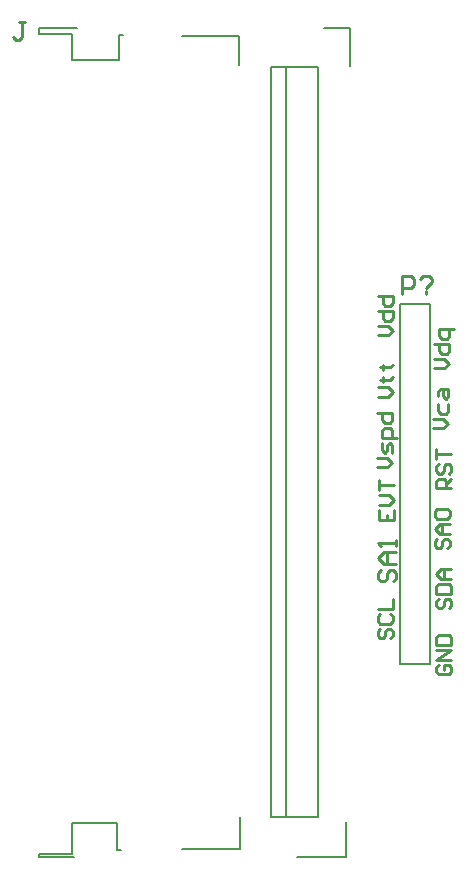
<source format=gbr>
%TF.GenerationSoftware,Altium Limited,Altium Designer,20.1.14 (287)*%
G04 Layer_Color=65535*
%FSLAX26Y26*%
%MOIN*%
%TF.SameCoordinates,6A0BC998-17C7-4340-AACC-798D36D37454*%
%TF.FilePolarity,Positive*%
%TF.FileFunction,Legend,Top*%
%TF.Part,Single*%
G01*
G75*
%TA.AperFunction,NonConductor*%
%ADD18C,0.010000*%
%ADD24C,0.005000*%
%ADD25C,0.007874*%
D18*
X2183347Y2933323D02*
X2175016Y2924992D01*
Y2908331D01*
X2183347Y2900000D01*
X2191677D01*
X2200008Y2908331D01*
Y2924992D01*
X2208339Y2933323D01*
X2216669D01*
X2225000Y2924992D01*
Y2908331D01*
X2216669Y2900000D01*
X2183347Y2983306D02*
X2175016Y2974976D01*
Y2958314D01*
X2183347Y2949984D01*
X2216669D01*
X2225000Y2958314D01*
Y2974976D01*
X2216669Y2983306D01*
X2175016Y2999968D02*
X2225000D01*
Y3033290D01*
X2378347Y3033323D02*
X2370016Y3024992D01*
Y3008331D01*
X2378347Y3000000D01*
X2386677D01*
X2395008Y3008331D01*
Y3024992D01*
X2403339Y3033323D01*
X2411669D01*
X2420000Y3024992D01*
Y3008331D01*
X2411669Y3000000D01*
X2370016Y3049984D02*
X2420000D01*
Y3074976D01*
X2411669Y3083306D01*
X2378347D01*
X2370016Y3074976D01*
Y3049984D01*
X2420000Y3099968D02*
X2386677D01*
X2370016Y3116629D01*
X2386677Y3133290D01*
X2420000D01*
X2395008D01*
Y3099968D01*
X2378347Y2813323D02*
X2370016Y2804992D01*
Y2788331D01*
X2378347Y2780000D01*
X2411669D01*
X2420000Y2788331D01*
Y2804992D01*
X2411669Y2813323D01*
X2395008D01*
Y2796661D01*
X2420000Y2829984D02*
X2370016D01*
X2420000Y2863306D01*
X2370016D01*
Y2879968D02*
X2420000D01*
Y2904959D01*
X2411669Y2913290D01*
X2378347D01*
X2370016Y2904959D01*
Y2879968D01*
X2420000Y3400000D02*
X2370016D01*
Y3424992D01*
X2378347Y3433323D01*
X2395008D01*
X2403339Y3424992D01*
Y3400000D01*
Y3416661D02*
X2420000Y3433323D01*
X2378347Y3483306D02*
X2370016Y3474976D01*
Y3458314D01*
X2378347Y3449984D01*
X2386677D01*
X2395008Y3458314D01*
Y3474976D01*
X2403339Y3483306D01*
X2411669D01*
X2420000Y3474976D01*
Y3458314D01*
X2411669Y3449984D01*
X2370016Y3499968D02*
Y3533290D01*
Y3516629D01*
X2420000D01*
X2360016Y3600000D02*
X2393339D01*
X2410000Y3616661D01*
X2393339Y3633323D01*
X2360016D01*
X2376677Y3683306D02*
Y3658314D01*
X2385008Y3649984D01*
X2401669D01*
X2410000Y3658314D01*
Y3683306D01*
X2376677Y3708298D02*
Y3724959D01*
X2385008Y3733290D01*
X2410000D01*
Y3708298D01*
X2401669Y3699968D01*
X2393339Y3708298D01*
Y3733290D01*
X2185016Y3129987D02*
X2175019Y3119990D01*
Y3099997D01*
X2185016Y3090000D01*
X2195013D01*
X2205010Y3099997D01*
Y3119990D01*
X2215006Y3129987D01*
X2225003D01*
X2235000Y3119990D01*
Y3099997D01*
X2225003Y3090000D01*
X2235000Y3149981D02*
X2195013D01*
X2175019Y3169974D01*
X2195013Y3189968D01*
X2235000D01*
X2205010D01*
Y3149981D01*
X2235000Y3209961D02*
Y3229955D01*
Y3219958D01*
X2175019D01*
X2185016Y3209961D01*
X2175016Y3705000D02*
X2208339D01*
X2225000Y3721661D01*
X2208339Y3738323D01*
X2175016D01*
X2183347Y3763314D02*
X2191677D01*
Y3754984D01*
Y3771645D01*
Y3763314D01*
X2216669D01*
X2225000Y3771645D01*
X2183347Y3804968D02*
X2191677D01*
Y3796637D01*
Y3813298D01*
Y3804968D01*
X2216669D01*
X2225000Y3813298D01*
X2363355Y3800000D02*
X2396677D01*
X2413339Y3816661D01*
X2396677Y3833323D01*
X2363355D01*
Y3883306D02*
X2413339D01*
Y3858314D01*
X2405008Y3849984D01*
X2388347D01*
X2380016Y3858314D01*
Y3883306D01*
X2430000Y3933290D02*
X2380016D01*
Y3908298D01*
X2388347Y3899968D01*
X2405008D01*
X2413339Y3908298D01*
Y3933290D01*
X2373347Y3233323D02*
X2365016Y3224992D01*
Y3208331D01*
X2373347Y3200000D01*
X2381677D01*
X2390008Y3208331D01*
Y3224992D01*
X2398339Y3233323D01*
X2406669D01*
X2415000Y3224992D01*
Y3208331D01*
X2406669Y3200000D01*
X2415000Y3249984D02*
X2381677D01*
X2365016Y3266645D01*
X2381677Y3283306D01*
X2415000D01*
X2390008D01*
Y3249984D01*
X2373347Y3299968D02*
X2365016Y3308298D01*
Y3324959D01*
X2373347Y3333290D01*
X2406669D01*
X2415000Y3324959D01*
Y3308298D01*
X2406669Y3299968D01*
X2373347D01*
X2180016Y3328323D02*
Y3295000D01*
X2230000D01*
Y3328323D01*
X2205008Y3295000D02*
Y3311661D01*
X2180016Y3344984D02*
X2213339D01*
X2230000Y3361645D01*
X2213339Y3378306D01*
X2180016D01*
Y3394968D02*
Y3428290D01*
Y3411629D01*
X2230000D01*
X2175016Y3910000D02*
X2208339D01*
X2225000Y3926661D01*
X2208339Y3943323D01*
X2175016D01*
Y3993306D02*
X2225000D01*
Y3968314D01*
X2216669Y3959984D01*
X2200008D01*
X2191677Y3968314D01*
Y3993306D01*
X2175016Y4043290D02*
X2225000D01*
Y4018298D01*
X2216669Y4009968D01*
X2200008D01*
X2191677Y4018298D01*
Y4043290D01*
X2173355Y3470000D02*
X2206677D01*
X2223339Y3486661D01*
X2206677Y3503323D01*
X2173355D01*
X2223339Y3519984D02*
Y3544976D01*
X2215008Y3553306D01*
X2206677Y3544976D01*
Y3528314D01*
X2198347Y3519984D01*
X2190016Y3528314D01*
Y3553306D01*
X2240000Y3569968D02*
X2190016D01*
Y3594959D01*
X2198347Y3603290D01*
X2215008D01*
X2223339Y3594959D01*
Y3569968D01*
X2173355Y3653274D02*
X2223339D01*
Y3628282D01*
X2215008Y3619951D01*
X2198347D01*
X2190016Y3628282D01*
Y3653274D01*
X2256000Y4049000D02*
Y4108981D01*
X2285990D01*
X2295987Y4098984D01*
Y4078990D01*
X2285990Y4068994D01*
X2256000D01*
X2315981Y4098984D02*
X2325977Y4108981D01*
X2345971D01*
X2355968Y4098984D01*
Y4088987D01*
X2335974Y4068994D01*
Y4058997D02*
Y4049000D01*
X997904Y4954000D02*
X977911D01*
X987908D01*
Y4904016D01*
X977911Y4894020D01*
X967914D01*
X957917Y4904016D01*
D24*
X1868858Y2304488D02*
Y4804488D01*
X1817677Y2304488D02*
Y4804488D01*
X1868858D01*
X1975158D01*
Y2304488D02*
Y4804488D01*
X1868858Y2304488D02*
X1975158D01*
X1817677D02*
X1868858D01*
X1522402Y4906850D02*
X1711378D01*
Y4812362D02*
Y4906850D01*
X1715315Y2198189D02*
Y2304488D01*
X1522402Y2198189D02*
X1715315D01*
X1994842Y4934409D02*
X2081457D01*
Y4808425D02*
Y4934409D01*
X1313740Y4910787D02*
X1325551D01*
X1313740Y4828110D02*
Y4910787D01*
X1156260Y4828110D02*
X1313740D01*
X1156260D02*
Y4914724D01*
X1046024D02*
X1156260D01*
X1046024D02*
Y4934409D01*
X1172008D01*
X2069646Y2170630D02*
Y2288740D01*
X1904291Y2170630D02*
X2069646D01*
X1305866Y2194252D02*
X1317677D01*
X1305866D02*
Y2284803D01*
X1156260D02*
X1305866D01*
X1156260Y2182441D02*
Y2284803D01*
X1046024Y2182441D02*
X1156260D01*
X1046024Y2170630D02*
Y2182441D01*
Y2170630D02*
X1164134D01*
D25*
X2350000Y2815000D02*
Y3940000D01*
Y4015000D01*
X2250000D02*
X2350000D01*
X2250000Y2815000D02*
Y4015000D01*
Y2815000D02*
X2350000D01*
%TF.MD5,9e368c7d2b4a3ffeaa11144960faeafb*%
M02*

</source>
